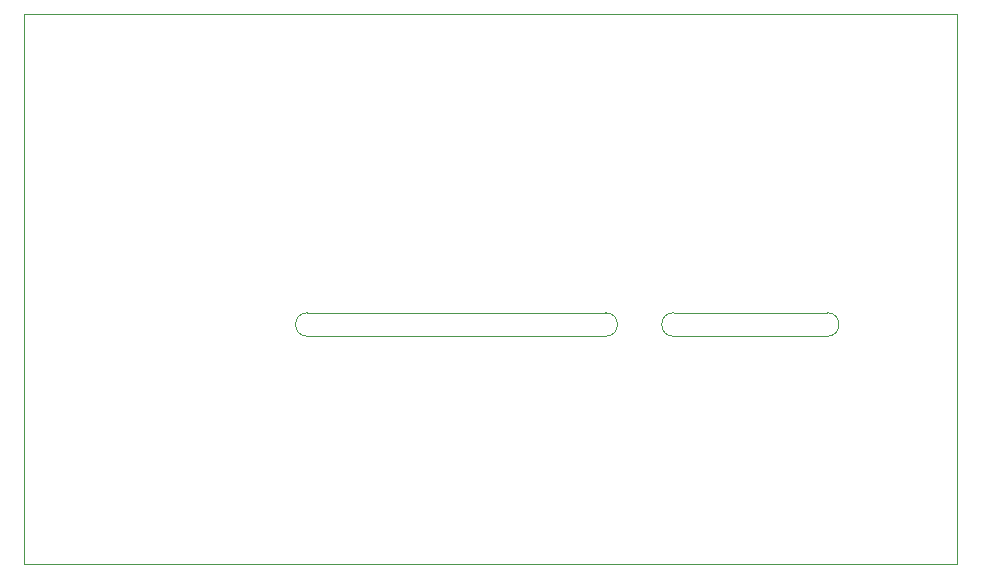
<source format=gbr>
%TF.GenerationSoftware,KiCad,Pcbnew,7.0.1*%
%TF.CreationDate,2024-03-26T16:50:52+03:00*%
%TF.ProjectId,Pelt,50656c74-2e6b-4696-9361-645f70636258,rev?*%
%TF.SameCoordinates,Original*%
%TF.FileFunction,Profile,NP*%
%FSLAX46Y46*%
G04 Gerber Fmt 4.6, Leading zero omitted, Abs format (unit mm)*
G04 Created by KiCad (PCBNEW 7.0.1) date 2024-03-26 16:50:52*
%MOMM*%
%LPD*%
G01*
G04 APERTURE LIST*
%TA.AperFunction,Profile*%
%ADD10C,0.100000*%
%TD*%
G04 APERTURE END LIST*
D10*
X161000000Y-65000000D02*
G75*
G03*
X161000000Y-67000000I0J-1000000D01*
G01*
X155250000Y-67000000D02*
G75*
G03*
X155250000Y-65000000I0J1000000D01*
G01*
X106000000Y-39750000D02*
X185000000Y-39750000D01*
X185000000Y-86250000D01*
X106000000Y-86250000D01*
X106000000Y-39750000D01*
X130000000Y-65000000D02*
G75*
G03*
X130000000Y-67000000I0J-1000000D01*
G01*
X174000000Y-67000000D02*
X161000000Y-67000000D01*
X161000000Y-65000000D02*
X174000000Y-65000000D01*
X130000000Y-65000000D02*
X155250000Y-65000000D01*
X174000000Y-67000000D02*
G75*
G03*
X174000000Y-65000000I0J1000000D01*
G01*
X130000000Y-67000000D02*
X155250000Y-67000000D01*
M02*

</source>
